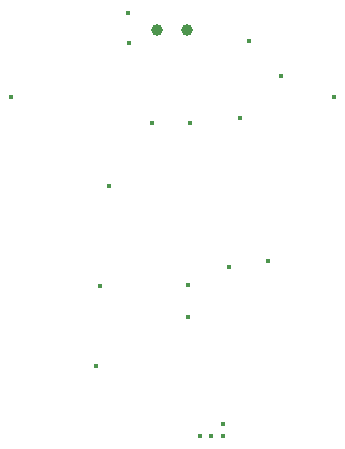
<source format=gbr>
%TF.GenerationSoftware,KiCad,Pcbnew,(5.0.2)-1*%
%TF.CreationDate,2019-03-06T15:03:51+01:00*%
%TF.ProjectId,MFS_V2,4d46535f-5632-42e6-9b69-6361645f7063,rev?*%
%TF.SameCoordinates,Original*%
%TF.FileFunction,Plated,1,2,PTH,Drill*%
%TF.FilePolarity,Positive*%
%FSLAX46Y46*%
G04 Gerber Fmt 4.6, Leading zero omitted, Abs format (unit mm)*
G04 Created by KiCad (PCBNEW (5.0.2)-1) date 06.03.2019 15:03:51*
%MOMM*%
%LPD*%
G01*
G04 APERTURE LIST*
%TA.AperFunction,ViaDrill*%
%ADD10C,0.400000*%
%TD*%
%TA.AperFunction,ComponentDrill*%
%ADD11C,1.000000*%
%TD*%
G04 APERTURE END LIST*
D10*
X86400000Y-89000000D03*
X93600000Y-111800000D03*
X94000000Y-105000000D03*
X94700000Y-96500000D03*
X96300000Y-81900000D03*
X96400000Y-84400000D03*
X98400000Y-91200000D03*
X101400000Y-104900000D03*
X101400000Y-107600000D03*
X101600000Y-91200000D03*
X102400000Y-117700000D03*
X103400000Y-117700000D03*
X104400000Y-116700000D03*
X104400000Y-117700000D03*
X104900000Y-103400000D03*
X105800000Y-90800000D03*
X106600000Y-84300000D03*
X108200000Y-102900000D03*
X109300000Y-87200000D03*
X113800000Y-89000000D03*
D11*
%TO.C,J1*%
X98760000Y-83300000D03*
X101300000Y-83300000D03*
M02*

</source>
